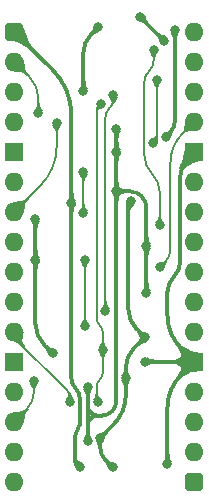
<source format=gbl>
%TF.GenerationSoftware,KiCad,Pcbnew,8.0.7*%
%TF.CreationDate,2025-01-29T11:21:22+02:00*%
%TF.ProjectId,SNES Controller Clock,534e4553-2043-46f6-9e74-726f6c6c6572,V2*%
%TF.SameCoordinates,Original*%
%TF.FileFunction,Copper,L2,Bot*%
%TF.FilePolarity,Positive*%
%FSLAX46Y46*%
G04 Gerber Fmt 4.6, Leading zero omitted, Abs format (unit mm)*
G04 Created by KiCad (PCBNEW 8.0.7) date 2025-01-29 11:21:22*
%MOMM*%
%LPD*%
G01*
G04 APERTURE LIST*
G04 Aperture macros list*
%AMRoundRect*
0 Rectangle with rounded corners*
0 $1 Rounding radius*
0 $2 $3 $4 $5 $6 $7 $8 $9 X,Y pos of 4 corners*
0 Add a 4 corners polygon primitive as box body*
4,1,4,$2,$3,$4,$5,$6,$7,$8,$9,$2,$3,0*
0 Add four circle primitives for the rounded corners*
1,1,$1+$1,$2,$3*
1,1,$1+$1,$4,$5*
1,1,$1+$1,$6,$7*
1,1,$1+$1,$8,$9*
0 Add four rect primitives between the rounded corners*
20,1,$1+$1,$2,$3,$4,$5,0*
20,1,$1+$1,$4,$5,$6,$7,0*
20,1,$1+$1,$6,$7,$8,$9,0*
20,1,$1+$1,$8,$9,$2,$3,0*%
G04 Aperture macros list end*
%TA.AperFunction,ComponentPad*%
%ADD10O,1.600000X1.600000*%
%TD*%
%TA.AperFunction,ComponentPad*%
%ADD11R,1.600000X1.600000*%
%TD*%
%TA.AperFunction,ComponentPad*%
%ADD12RoundRect,0.400000X-0.400000X-0.400000X0.400000X-0.400000X0.400000X0.400000X-0.400000X0.400000X0*%
%TD*%
%TA.AperFunction,ViaPad*%
%ADD13C,0.800000*%
%TD*%
%TA.AperFunction,Conductor*%
%ADD14C,0.350000*%
%TD*%
%TA.AperFunction,Conductor*%
%ADD15C,0.200000*%
%TD*%
G04 APERTURE END LIST*
D10*
%TO.P,J2,32,Pin_32*%
%TO.N,unconnected-(J2-Pin_32-Pad32)*%
X15240000Y0D03*
%TO.P,J2,31,Pin_31*%
%TO.N,~{LCD Select}*%
X15240000Y-2540000D03*
%TO.P,J2,30,Pin_30*%
%TO.N,~{Serial Select}*%
X15240000Y-5080000D03*
%TO.P,J2,29,Pin_29*%
%TO.N,Serial PL_{2}*%
X15240000Y-7620000D03*
D11*
%TO.P,J2,28,Pin_28*%
%TO.N,GND*%
X15240000Y-10160000D03*
D10*
%TO.P,J2,27,Pin_27*%
%TO.N,~{Serial CP}*%
X15240000Y-12700000D03*
%TO.P,J2,26,Pin_26*%
%TO.N,Serial CP_{2}*%
X15240000Y-15240000D03*
%TO.P,J2,25,Pin_25*%
%TO.N,~{Y0}*%
X15240000Y-17780000D03*
%TO.P,J2,24,Pin_24*%
%TO.N,~{Y1}*%
X15240000Y-20320000D03*
%TO.P,J2,23,Pin_23*%
%TO.N,~{Y2}*%
X15240000Y-22860000D03*
%TO.P,J2,22,Pin_22*%
%TO.N,~{Y3}*%
X15240000Y-25400000D03*
D11*
%TO.P,J2,21,Pin_21*%
%TO.N,GND*%
X15240000Y-27940000D03*
D10*
%TO.P,J2,20,Pin_20*%
%TO.N,~{Y4}*%
X15240000Y-30480000D03*
%TO.P,J2,19,Pin_19*%
%TO.N,~{Y5}*%
X15240000Y-33020000D03*
%TO.P,J2,18,Pin_18*%
%TO.N,~{Y6}*%
X15240000Y-35560000D03*
D12*
%TO.P,J2,17,Pin_17*%
%TO.N,5V*%
X15240000Y-38100000D03*
D10*
%TO.P,J2,16,Pin_16*%
%TO.N,~{Y7}*%
X0Y-38100000D03*
%TO.P,J2,15,Pin_15*%
%TO.N,~{RD}*%
X0Y-35560000D03*
%TO.P,J2,14,Pin_14*%
%TO.N,A0*%
X0Y-33020000D03*
%TO.P,J2,13,Pin_13*%
%TO.N,A1*%
X0Y-30480000D03*
D11*
%TO.P,J2,12,Pin_12*%
%TO.N,GND*%
X0Y-27940000D03*
D10*
%TO.P,J2,11,Pin_11*%
%TO.N,A2*%
X0Y-25400000D03*
%TO.P,J2,10,Pin_10*%
%TO.N,A3*%
X0Y-22860000D03*
%TO.P,J2,9,Pin_9*%
%TO.N,~{A3}*%
X0Y-20320000D03*
%TO.P,J2,8,Pin_8*%
%TO.N,~{Device Registers}*%
X0Y-17780000D03*
%TO.P,J2,7,Pin_7*%
%TO.N,CEP*%
X0Y-15240000D03*
%TO.P,J2,6,Pin_6*%
%TO.N,unconnected-(J2-Pin_6-Pad6)*%
X0Y-12700000D03*
D11*
%TO.P,J2,5,Pin_5*%
%TO.N,GND*%
X0Y-10160000D03*
D10*
%TO.P,J2,4,Pin_4*%
%TO.N,CLK*%
X0Y-7620000D03*
%TO.P,J2,3,Pin_3*%
%TO.N,unconnected-(J2-Pin_3-Pad3)*%
X0Y-5080000D03*
%TO.P,J2,2,Pin_2*%
%TO.N,~{Reset}*%
X0Y-2540000D03*
D12*
%TO.P,J2,1,Pin_1*%
%TO.N,5V*%
X0Y0D03*
%TD*%
D13*
%TO.N,/3.3V*%
X11049000Y-25901500D03*
X12827000Y-8890000D03*
X7239000Y-34417000D03*
X9828000Y-14354000D03*
X9426000Y-29337000D03*
X8313248Y-36891053D03*
X13589000Y127000D03*
%TO.N,GND*%
X6210115Y-30111885D03*
X7112000Y381004D03*
X11049000Y-27940000D03*
X1778006Y-19304000D03*
X8636000Y-8236990D03*
X12700000Y-761992D03*
X3238500Y-27241500D03*
X8636000Y-13514000D03*
X11176000Y-18161000D03*
X11176000Y-22098000D03*
X12954000Y-36576000D03*
X6223000Y-34671000D03*
X8636000Y-10160000D03*
X5842000Y-5005000D03*
X10668000Y1270000D03*
X1778000Y-15875000D03*
%TO.N,5V*%
X4826000Y-14478000D03*
X5588000Y-36830000D03*
%TO.N,~{Reset}*%
X2032000Y-6858002D03*
%TO.N,/Serial CP*%
X5842000Y-15367000D03*
X5842000Y-11884004D03*
%TO.N,CEP*%
X3578331Y-7747000D03*
X11737328Y-9424004D03*
X12065000Y-4064000D03*
%TO.N,/Serial PL*%
X11811000Y-1524000D03*
X12301748Y-16380125D03*
%TO.N,~{Device Registers}*%
X5969000Y-19304000D03*
X5969000Y-24957000D03*
%TO.N,~{Serial Select}*%
X7493000Y-26924000D03*
X7035115Y-31369000D03*
X7366000Y-6097500D03*
%TO.N,~{LCD Select}*%
X7703052Y-23622000D03*
X8382000Y-5397500D03*
%TO.N,A0*%
X1651000Y-29591000D03*
%TO.N,A2*%
X4699000Y-31369000D03*
%TO.N,Serial PL_{2}*%
X12318998Y-19939000D03*
%TD*%
D14*
%TO.N,5V*%
X5524000Y-33275128D02*
G75*
G02*
X5306026Y-33801356I-744210J8D01*
G01*
X5088057Y-35976543D02*
G75*
G03*
X5338026Y-36580030I853453J-7D01*
G01*
X3232207Y-3232207D02*
G75*
G02*
X4826000Y-7079963I-3847761J-3847758D01*
G01*
X5175000Y-30194000D02*
G75*
G02*
X5523997Y-31036560I-842570J-842560D01*
G01*
X4826000Y-29351439D02*
G75*
G03*
X5175000Y-30194000I1191560J-1D01*
G01*
X5306028Y-33801358D02*
G75*
G03*
X5088031Y-34327588I526172J-526242D01*
G01*
%TO.N,GND*%
X7053921Y-32512000D02*
G75*
G03*
X6210100Y-33355806I-21J-843800D01*
G01*
X6210115Y-31668194D02*
G75*
G03*
X7053921Y-32511985I843785J-6D01*
G01*
X8266863Y-32142863D02*
G75*
G02*
X7375689Y-32511995I-891163J891163D01*
G01*
X1778000Y-24748270D02*
G75*
G03*
X2508252Y-26511248I2493220J0D01*
G01*
X10757500Y-13932500D02*
G75*
G02*
X11175980Y-14942848I-1010300J-1010300D01*
G01*
X6477000Y-253996D02*
G75*
G03*
X5842008Y-1787021I1533000J-1533004D01*
G01*
X10757500Y-13932500D02*
G75*
G03*
X9747151Y-13514020I-1010300J-1010300D01*
G01*
X12954000Y-24037553D02*
G75*
G03*
X14097001Y-26796999I3902450J3D01*
G01*
X6210115Y-34649003D02*
G75*
G03*
X6216561Y-34664553I21985J3D01*
G01*
X14097000Y-29083000D02*
G75*
G03*
X12954003Y-31842446I2759440J-2759440D01*
G01*
X13502000Y-20741000D02*
G75*
G03*
X12953995Y-22063989I1323000J-1323000D01*
G01*
X14050000Y-19418010D02*
G75*
G02*
X13501997Y-20740997I-1871000J10D01*
G01*
X14645000Y-10755000D02*
G75*
G03*
X14049982Y-12191457I1436500J-1436500D01*
G01*
X8636000Y-31251689D02*
G75*
G02*
X8266867Y-32142867I-1260300J-11D01*
G01*
X6210115Y-33355806D02*
X6210115Y-31668194D01*
X1778000Y-19494503D02*
X1778000Y-24748270D01*
%TO.N,/3.3V*%
X9740000Y-14442000D02*
G75*
G03*
X9652021Y-14654450I212400J-212400D01*
G01*
X7239000Y-35116902D02*
G75*
G03*
X7733909Y-36311706I1689700J2D01*
G01*
X10066815Y-26883684D02*
G75*
G03*
X9425999Y-28430750I1547065J-1547066D01*
G01*
X9652000Y-23516671D02*
G75*
G03*
X10350501Y-25202999I2384830J1D01*
G01*
X9426000Y-30783500D02*
G75*
G02*
X8403171Y-33252830I-3492160J0D01*
G01*
X13589000Y-7589184D02*
G75*
G02*
X13208005Y-8509005I-1300800J-16D01*
G01*
D15*
%TO.N,Serial PL_{2}*%
X14224000Y-8636000D02*
G75*
G03*
X13208017Y-11088840I2452800J-2452800D01*
G01*
X13208000Y-18421378D02*
G75*
G02*
X12763496Y-19494496I-1517630J8D01*
G01*
%TO.N,A2*%
X4429592Y-30337592D02*
G75*
G02*
X4699005Y-30988000I-650392J-650408D01*
G01*
%TO.N,A0*%
X1651000Y-30480000D02*
G75*
G02*
X1022382Y-31997617I-2146241J3D01*
G01*
%TO.N,~{LCD Select}*%
X8382000Y-5769830D02*
G75*
G02*
X8118723Y-6405439I-898890J0D01*
G01*
X8042526Y-6481635D02*
G75*
G03*
X7703054Y-7301197I819574J-819565D01*
G01*
%TO.N,~{Serial Select}*%
X6968457Y-31255207D02*
G75*
G03*
X7001800Y-31335657I113743J7D01*
G01*
X7230728Y-29455728D02*
G75*
G03*
X6968460Y-30088907I633172J-633172D01*
G01*
X7493000Y-28822549D02*
G75*
G02*
X7230731Y-29455731I-895460J-1D01*
G01*
X7167228Y-6296271D02*
G75*
G03*
X6968489Y-6776148I479872J-479829D01*
G01*
X7230728Y-24900271D02*
G75*
G02*
X7493020Y-25533450I-633228J-633229D01*
G01*
X6968457Y-24267092D02*
G75*
G03*
X7230726Y-24900273I895443J-8D01*
G01*
%TO.N,/Serial PL*%
X11644535Y-12025535D02*
G75*
G02*
X12301762Y-13612186I-1586635J-1586665D01*
G01*
X11399161Y-3332838D02*
G75*
G03*
X10987317Y-4327104I994239J-994262D01*
G01*
X10987323Y-10438884D02*
G75*
G03*
X11644524Y-12025546I2243877J-16D01*
G01*
X11811000Y-2338572D02*
G75*
G02*
X11399161Y-3332838I-1406110J2D01*
G01*
%TO.N,CEP*%
X3578331Y-9704334D02*
G75*
G02*
X2194286Y-13045713I-4725429J3D01*
G01*
X12065000Y-8864632D02*
G75*
G02*
X11901154Y-9260158I-559400J32D01*
G01*
%TO.N,~{Reset}*%
X1223776Y-3763776D02*
G75*
G02*
X2032000Y-5715001I-1951226J-1951226D01*
G01*
%TO.N,~{Serial Select}*%
X7493000Y-26924000D02*
X7493000Y-28822549D01*
X6968457Y-31255207D02*
X6968457Y-30088907D01*
X7493000Y-26924000D02*
X7493000Y-25533450D01*
X6968457Y-6776148D02*
X6968457Y-24267092D01*
X7001786Y-31335671D02*
X7035115Y-31369000D01*
X7167228Y-6296271D02*
X7366000Y-6097500D01*
%TO.N,/Serial PL*%
X11811000Y-1524000D02*
X11811000Y-2338572D01*
X12301748Y-13612186D02*
X12301748Y-16380125D01*
X10987323Y-4327104D02*
X10987323Y-10438884D01*
D14*
%TO.N,5V*%
X5338028Y-36580028D02*
X5588000Y-36830000D01*
X5088057Y-35976543D02*
X5088057Y-34327588D01*
X5524000Y-33275128D02*
X5524000Y-31036560D01*
D15*
%TO.N,A2*%
X4699000Y-30988000D02*
X4699000Y-31369000D01*
D14*
%TO.N,5V*%
X4826000Y-14478000D02*
X4826000Y-29351439D01*
D15*
%TO.N,A2*%
X4429592Y-30337592D02*
X0Y-25908000D01*
%TO.N,A0*%
X1651000Y-29591000D02*
X1651000Y-30480000D01*
X1022382Y-31997617D02*
X0Y-33020000D01*
%TO.N,Serial PL_{2}*%
X12318998Y-19939000D02*
X12763499Y-19494499D01*
X14224000Y-8636000D02*
X15240000Y-7620000D01*
X13208000Y-11088840D02*
X13208000Y-18421378D01*
D14*
%TO.N,GND*%
X5842000Y-1787021D02*
X5842000Y-5005000D01*
X6477000Y-253996D02*
X7112000Y381004D01*
X9747151Y-13514000D02*
X8636000Y-13514000D01*
X11176000Y-14942848D02*
X11176000Y-18161000D01*
X11176000Y-18161000D02*
X11176000Y-22098000D01*
X14050000Y-19418010D02*
X14050000Y-12191457D01*
X12954000Y-24037553D02*
X12954000Y-22063989D01*
X15240000Y-27940000D02*
X14097000Y-26797000D01*
D15*
%TO.N,CEP*%
X3578331Y-7747000D02*
X3578331Y-9704334D01*
X2194286Y-13045713D02*
X0Y-15240000D01*
%TO.N,~{Reset}*%
X2032000Y-6858002D02*
X2032000Y-5715001D01*
X1223776Y-3763776D02*
X0Y-2540000D01*
D14*
%TO.N,GND*%
X12699992Y-761992D02*
X12700000Y-761992D01*
X10668000Y1270000D02*
X12699992Y-761992D01*
X7053921Y-32512000D02*
X7375689Y-32512000D01*
X6210115Y-33355806D02*
X6210115Y-34649003D01*
X6210115Y-31668194D02*
X6210115Y-30111885D01*
X8636000Y-13514000D02*
X8636000Y-31251689D01*
X6223000Y-34671000D02*
X6216557Y-34664557D01*
D15*
%TO.N,~{LCD Select}*%
X7703052Y-23622000D02*
X7703052Y-7301197D01*
X8382000Y-5397500D02*
X8382000Y-5769830D01*
X8118722Y-6405438D02*
X8042526Y-6481635D01*
D14*
%TO.N,/3.3V*%
X9426000Y-28430750D02*
X9426000Y-29337000D01*
X7239000Y-34417000D02*
X8403170Y-33252829D01*
X12827000Y-8890000D02*
X13208000Y-8509000D01*
X7239000Y-34417000D02*
X7239000Y-35116902D01*
X11049000Y-25901500D02*
X10350500Y-25203000D01*
X13589000Y-7589184D02*
X13589000Y127000D01*
X9652000Y-14654450D02*
X9652000Y-23516671D01*
X7733905Y-36311710D02*
X8313248Y-36891053D01*
X9740000Y-14442000D02*
X9828000Y-14354000D01*
X9426000Y-30783500D02*
X9426000Y-29337000D01*
X11049000Y-25901500D02*
X10066815Y-26883684D01*
%TO.N,GND*%
X1778006Y-19304000D02*
X1778000Y-19303994D01*
X2508250Y-26511250D02*
X3238500Y-27241500D01*
X12954000Y-36576000D02*
X12954000Y-31842446D01*
X15240000Y-27940000D02*
X14097000Y-29083000D01*
X8636000Y-8236990D02*
X8636000Y-10160000D01*
X1778000Y-19494503D02*
X1778000Y-19304006D01*
X1778000Y-19303994D02*
X1778000Y-15875000D01*
X8636000Y-10160000D02*
X8636000Y-13514000D01*
X1778006Y-19304000D02*
X1778000Y-19304006D01*
X15240000Y-27940000D02*
X11049000Y-27940000D01*
%TO.N,5V*%
X4826000Y-7079963D02*
X4826000Y-14478000D01*
X3232207Y-3232207D02*
X0Y0D01*
D15*
%TO.N,/Serial CP*%
X5842000Y-15367000D02*
X5842000Y-11884004D01*
%TO.N,CEP*%
X12065000Y-8864632D02*
X12065000Y-4064000D01*
X11737328Y-9424004D02*
X11901164Y-9260168D01*
%TO.N,~{Device Registers}*%
X5969000Y-19304000D02*
X5969000Y-24957000D01*
%TD*%
%TA.AperFunction,Conductor*%
%TO.N,5V*%
G36*
X5287076Y-36165473D02*
G01*
X5291613Y-36171319D01*
X5311449Y-36227702D01*
X5331607Y-36284999D01*
X5398336Y-36351916D01*
X5398339Y-36351917D01*
X5398340Y-36351918D01*
X5434468Y-36365980D01*
X5488666Y-36387078D01*
X5602420Y-36414960D01*
X5603245Y-36415197D01*
X5729101Y-36456517D01*
X5735892Y-36462353D01*
X5736567Y-36471283D01*
X5736267Y-36472095D01*
X5590053Y-36826475D01*
X5583729Y-36832816D01*
X5583688Y-36832833D01*
X5229037Y-36978716D01*
X5220082Y-36978694D01*
X5213865Y-36972579D01*
X5138646Y-36800362D01*
X5138636Y-36800339D01*
X5078569Y-36671480D01*
X5078391Y-36671079D01*
X5031074Y-36558763D01*
X5030691Y-36557718D01*
X4988855Y-36424140D01*
X4988610Y-36423227D01*
X4947620Y-36241755D01*
X4949139Y-36232930D01*
X4956454Y-36227765D01*
X4956720Y-36227708D01*
X5278293Y-36163727D01*
X5287076Y-36165473D01*
G37*
%TD.AperFunction*%
%TD*%
%TA.AperFunction,Conductor*%
%TO.N,GND*%
G36*
X14452144Y-9899711D02*
G01*
X15235645Y-10157517D01*
X15242431Y-10163357D01*
X15242440Y-10163375D01*
X15636576Y-10947367D01*
X15637231Y-10956298D01*
X15631378Y-10963075D01*
X15629329Y-10963874D01*
X15371859Y-11037237D01*
X15100779Y-11151981D01*
X15100774Y-11151984D01*
X14829715Y-11304217D01*
X14829702Y-11304225D01*
X14558642Y-11493957D01*
X14558626Y-11493969D01*
X14292228Y-11717292D01*
X14283687Y-11719981D01*
X14281684Y-11719627D01*
X13961789Y-11633907D01*
X13954684Y-11628456D01*
X13953516Y-11619578D01*
X13953806Y-11618649D01*
X14047593Y-11358632D01*
X14113099Y-11151984D01*
X14145691Y-11049167D01*
X14149064Y-11037237D01*
X14243796Y-10702173D01*
X14341898Y-10317694D01*
X14437102Y-9908178D01*
X14442313Y-9900896D01*
X14451147Y-9899432D01*
X14452144Y-9899711D01*
G37*
%TD.AperFunction*%
%TD*%
%TA.AperFunction,Conductor*%
%TO.N,GND*%
G36*
X2136437Y-19452436D02*
G01*
X2142755Y-19458783D01*
X2142734Y-19467737D01*
X2142598Y-19468051D01*
X2077762Y-19611589D01*
X2077595Y-19611942D01*
X2023238Y-19722307D01*
X2023228Y-19722330D01*
X1984257Y-19820232D01*
X1984257Y-19820233D01*
X1960825Y-19936963D01*
X1960824Y-19936967D01*
X1960825Y-19936969D01*
X1960824Y-19936976D01*
X1953522Y-20092847D01*
X1949712Y-20100950D01*
X1941835Y-20103999D01*
X1614165Y-20103999D01*
X1605892Y-20100572D01*
X1602478Y-20092847D01*
X1600292Y-20046207D01*
X1595176Y-19936971D01*
X1571746Y-19820236D01*
X1532774Y-19722322D01*
X1478410Y-19611937D01*
X1478246Y-19611590D01*
X1478246Y-19611589D01*
X1413411Y-19468049D01*
X1413130Y-19459101D01*
X1419259Y-19452572D01*
X1419493Y-19452470D01*
X1773506Y-19304875D01*
X1782455Y-19304855D01*
X2136437Y-19452436D01*
G37*
%TD.AperFunction*%
%TD*%
%TA.AperFunction,Conductor*%
%TO.N,A2*%
G36*
X4702232Y-30554899D02*
G01*
X4778330Y-30716616D01*
X4778340Y-30716633D01*
X4849229Y-30832050D01*
X4916603Y-30928388D01*
X4916985Y-30928970D01*
X4987357Y-31043547D01*
X4987973Y-31044688D01*
X5063342Y-31204857D01*
X5063764Y-31213802D01*
X5057738Y-31220425D01*
X5057260Y-31220637D01*
X4703880Y-31368046D01*
X4694928Y-31368068D01*
X4341273Y-31220849D01*
X4334953Y-31214507D01*
X4334969Y-31205553D01*
X4335419Y-31204595D01*
X4405316Y-31071947D01*
X4406056Y-31070732D01*
X4479671Y-30965243D01*
X4533916Y-30872020D01*
X4550792Y-30765950D01*
X4515308Y-30631216D01*
X4516515Y-30622345D01*
X4522143Y-30617430D01*
X4687171Y-30549072D01*
X4696123Y-30549072D01*
X4702232Y-30554899D01*
G37*
%TD.AperFunction*%
%TD*%
%TA.AperFunction,Conductor*%
%TO.N,~{LCD Select}*%
G36*
X8740230Y-5545850D02*
G01*
X8746547Y-5552198D01*
X8746524Y-5561152D01*
X8746299Y-5561658D01*
X8670403Y-5721834D01*
X8669744Y-5723036D01*
X8598225Y-5837175D01*
X8597817Y-5837785D01*
X8529051Y-5933604D01*
X8456990Y-6048610D01*
X8456981Y-6048625D01*
X8380308Y-6210447D01*
X8373669Y-6216456D01*
X8365258Y-6216246D01*
X8200230Y-6147889D01*
X8193898Y-6141557D01*
X8193401Y-6134071D01*
X8229129Y-5999824D01*
X8213359Y-5893877D01*
X8160576Y-5800664D01*
X8088292Y-5695290D01*
X8087582Y-5694111D01*
X8018372Y-5561890D01*
X8017572Y-5552971D01*
X8023312Y-5546098D01*
X8024234Y-5545666D01*
X8377882Y-5398449D01*
X8386834Y-5398434D01*
X8740230Y-5545850D01*
G37*
%TD.AperFunction*%
%TD*%
%TA.AperFunction,Conductor*%
%TO.N,~{Serial Select}*%
G36*
X7366457Y-6099926D02*
G01*
X7369019Y-6103754D01*
X7514203Y-6455261D01*
X7514194Y-6464215D01*
X7507855Y-6470541D01*
X7506906Y-6470886D01*
X7377594Y-6511644D01*
X7376601Y-6511910D01*
X7254728Y-6538829D01*
X7158320Y-6573276D01*
X7094214Y-6640282D01*
X7070721Y-6755392D01*
X7065709Y-6762812D01*
X7058968Y-6764748D01*
X6881188Y-6760350D01*
X6873002Y-6756720D01*
X6869781Y-6748365D01*
X6869813Y-6747746D01*
X6882050Y-6595490D01*
X6882261Y-6594035D01*
X6906537Y-6478988D01*
X6906695Y-6478339D01*
X6934178Y-6378958D01*
X6956688Y-6262841D01*
X6965379Y-6108512D01*
X6969265Y-6100447D01*
X6977029Y-6097472D01*
X7358177Y-6096520D01*
X7366457Y-6099926D01*
G37*
%TD.AperFunction*%
%TD*%
%TA.AperFunction,Conductor*%
%TO.N,CEP*%
G36*
X12161375Y-8738257D02*
G01*
X12164802Y-8746530D01*
X12164800Y-8746727D01*
X12162125Y-8905591D01*
X12162108Y-8906055D01*
X12155266Y-9026953D01*
X12155249Y-9027205D01*
X12147067Y-9131752D01*
X12140205Y-9253008D01*
X12137521Y-9412529D01*
X12133956Y-9420743D01*
X12125852Y-9424032D01*
X11742203Y-9424991D01*
X11733922Y-9421585D01*
X11733886Y-9421550D01*
X11464294Y-9151005D01*
X11460882Y-9142725D01*
X11464323Y-9134458D01*
X11465853Y-9133174D01*
X11594867Y-9042545D01*
X11597644Y-9041106D01*
X11733842Y-8992432D01*
X11851736Y-8952356D01*
X11934052Y-8880218D01*
X11963028Y-8744093D01*
X11968103Y-8736716D01*
X11974472Y-8734830D01*
X12153102Y-8734830D01*
X12161375Y-8738257D01*
G37*
%TD.AperFunction*%
%TD*%
%TA.AperFunction,Conductor*%
%TO.N,~{Serial Select}*%
G36*
X7777716Y-27041703D02*
G01*
X7850952Y-27072237D01*
X7857270Y-27078584D01*
X7857249Y-27087538D01*
X7856900Y-27088297D01*
X7783360Y-27234362D01*
X7782611Y-27235642D01*
X7709734Y-27343732D01*
X7649262Y-27438135D01*
X7608158Y-27553240D01*
X7593947Y-27713335D01*
X7589802Y-27721272D01*
X7582293Y-27724000D01*
X7403707Y-27724000D01*
X7395434Y-27720573D01*
X7392053Y-27713335D01*
X7377840Y-27553240D01*
X7377840Y-27553238D01*
X7336738Y-27438138D01*
X7276261Y-27343728D01*
X7203382Y-27235635D01*
X7202642Y-27234370D01*
X7129099Y-27088297D01*
X7128439Y-27079367D01*
X7134288Y-27072586D01*
X7135047Y-27072237D01*
X7488500Y-26924875D01*
X7497449Y-26924855D01*
X7777716Y-27041703D01*
G37*
%TD.AperFunction*%
%TD*%
%TA.AperFunction,Conductor*%
%TO.N,~{Serial Select}*%
G36*
X7066420Y-30585686D02*
G01*
X7069754Y-30592487D01*
X7090246Y-30754075D01*
X7090246Y-30754078D01*
X7147272Y-30864820D01*
X7147273Y-30864821D01*
X7226930Y-30952915D01*
X7227107Y-30953115D01*
X7316198Y-31056290D01*
X7317584Y-31058280D01*
X7398352Y-31204496D01*
X7399353Y-31213394D01*
X7393768Y-31220394D01*
X7392613Y-31220952D01*
X7039617Y-31368123D01*
X7030663Y-31368144D01*
X7030613Y-31368123D01*
X6676763Y-31220596D01*
X6670445Y-31214249D01*
X6670466Y-31205295D01*
X6670611Y-31204963D01*
X6735442Y-31064171D01*
X6735673Y-31063702D01*
X6791979Y-30955909D01*
X6833703Y-30860508D01*
X6833702Y-30860508D01*
X6833704Y-30860506D01*
X6859575Y-30746412D01*
X6859575Y-30746409D01*
X6859577Y-30746402D01*
X6867858Y-30593326D01*
X6871727Y-30585251D01*
X6879541Y-30582259D01*
X7058147Y-30582259D01*
X7066420Y-30585686D01*
G37*
%TD.AperFunction*%
%TD*%
%TA.AperFunction,Conductor*%
%TO.N,~{Serial Select}*%
G36*
X7590566Y-26127427D02*
G01*
X7593947Y-26134665D01*
X7608158Y-26294758D01*
X7649262Y-26409862D01*
X7709734Y-26504266D01*
X7782611Y-26612355D01*
X7783360Y-26613635D01*
X7856900Y-26759702D01*
X7857560Y-26768632D01*
X7851711Y-26775413D01*
X7850952Y-26775762D01*
X7497502Y-26923123D01*
X7488548Y-26923144D01*
X7488498Y-26923123D01*
X7135046Y-26775762D01*
X7128728Y-26769415D01*
X7128749Y-26760461D01*
X7129083Y-26759734D01*
X7202646Y-26613620D01*
X7203378Y-26612369D01*
X7276261Y-26504271D01*
X7336738Y-26409860D01*
X7377840Y-26294761D01*
X7392053Y-26134664D01*
X7396198Y-26126728D01*
X7403707Y-26124000D01*
X7582293Y-26124000D01*
X7590566Y-26127427D01*
G37*
%TD.AperFunction*%
%TD*%
%TA.AperFunction,Conductor*%
%TO.N,/Serial PL*%
G36*
X12095716Y-1641703D02*
G01*
X12168952Y-1672237D01*
X12175270Y-1678584D01*
X12175249Y-1687538D01*
X12174900Y-1688297D01*
X12101360Y-1834362D01*
X12100611Y-1835642D01*
X12027734Y-1943732D01*
X11967262Y-2038135D01*
X11926158Y-2153240D01*
X11911947Y-2313335D01*
X11907802Y-2321272D01*
X11900293Y-2324000D01*
X11721707Y-2324000D01*
X11713434Y-2320573D01*
X11710053Y-2313335D01*
X11695840Y-2153240D01*
X11695840Y-2153238D01*
X11654738Y-2038138D01*
X11594261Y-1943728D01*
X11521382Y-1835635D01*
X11520642Y-1834370D01*
X11447099Y-1688297D01*
X11446439Y-1679367D01*
X11452288Y-1672586D01*
X11453047Y-1672237D01*
X11806500Y-1524875D01*
X11815449Y-1524855D01*
X12095716Y-1641703D01*
G37*
%TD.AperFunction*%
%TD*%
%TA.AperFunction,Conductor*%
%TO.N,/Serial PL*%
G36*
X12399314Y-15583552D02*
G01*
X12402695Y-15590790D01*
X12416906Y-15750883D01*
X12458010Y-15865987D01*
X12518482Y-15960391D01*
X12591359Y-16068480D01*
X12592108Y-16069760D01*
X12665648Y-16215827D01*
X12666308Y-16224757D01*
X12660459Y-16231538D01*
X12659700Y-16231887D01*
X12306250Y-16379248D01*
X12297296Y-16379269D01*
X12297246Y-16379248D01*
X11943794Y-16231887D01*
X11937476Y-16225540D01*
X11937497Y-16216586D01*
X11937831Y-16215859D01*
X12011394Y-16069745D01*
X12012126Y-16068494D01*
X12085009Y-15960396D01*
X12145486Y-15865985D01*
X12186588Y-15750886D01*
X12200801Y-15590789D01*
X12204946Y-15582853D01*
X12212455Y-15580125D01*
X12391041Y-15580125D01*
X12399314Y-15583552D01*
G37*
%TD.AperFunction*%
%TD*%
%TA.AperFunction,Conductor*%
%TO.N,5V*%
G36*
X5184431Y-14626436D02*
G01*
X5190749Y-14632783D01*
X5190728Y-14641737D01*
X5190592Y-14642051D01*
X5125757Y-14785590D01*
X5125590Y-14785943D01*
X5071234Y-14896308D01*
X5032253Y-14994242D01*
X5008824Y-15110970D01*
X5001522Y-15266848D01*
X4997712Y-15274951D01*
X4989835Y-15278000D01*
X4662165Y-15278000D01*
X4653892Y-15274573D01*
X4650478Y-15266848D01*
X4648041Y-15214845D01*
X4643175Y-15110972D01*
X4619744Y-14994237D01*
X4580770Y-14896323D01*
X4526405Y-14785937D01*
X4526241Y-14785590D01*
X4461405Y-14642049D01*
X4461124Y-14633101D01*
X4467253Y-14626572D01*
X4467487Y-14626470D01*
X4821500Y-14478875D01*
X4830449Y-14478855D01*
X5184431Y-14626436D01*
G37*
%TD.AperFunction*%
%TD*%
%TA.AperFunction,Conductor*%
%TO.N,A2*%
G36*
X787029Y-25399988D02*
G01*
X795298Y-25403422D01*
X798718Y-25411698D01*
X798655Y-25412901D01*
X766007Y-25726215D01*
X765706Y-25727898D01*
X700955Y-25981393D01*
X700954Y-25981398D01*
X661026Y-26196837D01*
X661026Y-26196838D01*
X702052Y-26407261D01*
X702053Y-26407263D01*
X873920Y-26638419D01*
X876106Y-26647103D01*
X872804Y-26653673D01*
X746626Y-26779851D01*
X738353Y-26783278D01*
X730258Y-26780025D01*
X730076Y-26779851D01*
X707249Y-26757975D01*
X517463Y-26576104D01*
X346578Y-26439493D01*
X181770Y-26343930D01*
X63384Y-26292151D01*
X-21097Y-26255201D01*
X-73358Y-26233915D01*
X-295258Y-26143538D01*
X-301628Y-26137243D01*
X-301681Y-26128289D01*
X-301660Y-26128237D01*
X-135681Y-25726215D01*
X-3696Y-25406533D01*
X2628Y-25400195D01*
X7123Y-25399299D01*
X787029Y-25399988D01*
G37*
%TD.AperFunction*%
%TD*%
%TA.AperFunction,Conductor*%
%TO.N,A0*%
G36*
X1935716Y-29708703D02*
G01*
X2008952Y-29739237D01*
X2015270Y-29745584D01*
X2015249Y-29754538D01*
X2014900Y-29755297D01*
X1941360Y-29901362D01*
X1940611Y-29902642D01*
X1867734Y-30010732D01*
X1807262Y-30105135D01*
X1766158Y-30220240D01*
X1751947Y-30380335D01*
X1747802Y-30388272D01*
X1740293Y-30391000D01*
X1561707Y-30391000D01*
X1553434Y-30387573D01*
X1550053Y-30380335D01*
X1535840Y-30220240D01*
X1535840Y-30220238D01*
X1494738Y-30105138D01*
X1434261Y-30010728D01*
X1361382Y-29902635D01*
X1360642Y-29901370D01*
X1287099Y-29755297D01*
X1286439Y-29746367D01*
X1292288Y-29739586D01*
X1293047Y-29739237D01*
X1646500Y-29591875D01*
X1655449Y-29591855D01*
X1935716Y-29708703D01*
G37*
%TD.AperFunction*%
%TD*%
%TA.AperFunction,Conductor*%
%TO.N,A0*%
G36*
X1048891Y-31841983D02*
G01*
X1191027Y-31951047D01*
X1195505Y-31958802D01*
X1193771Y-31966618D01*
X1009402Y-32255819D01*
X1009401Y-32255821D01*
X927165Y-32494654D01*
X893965Y-32721130D01*
X893933Y-32721334D01*
X851035Y-32981784D01*
X850617Y-32983504D01*
X743014Y-33314131D01*
X737195Y-33320937D01*
X728267Y-33321636D01*
X727424Y-33321325D01*
X3886Y-33022648D01*
X-2454Y-33016323D01*
X-2464Y-33016299D01*
X-16007Y-32983504D01*
X-301096Y-32293127D01*
X-301087Y-32284172D01*
X-294748Y-32277847D01*
X-293397Y-32277383D01*
X42924Y-32184728D01*
X45385Y-32184327D01*
X326741Y-32169035D01*
X568910Y-32157416D01*
X797874Y-32072144D01*
X1033613Y-31842877D01*
X1041932Y-31839566D01*
X1048891Y-31841983D01*
G37*
%TD.AperFunction*%
%TD*%
%TA.AperFunction,Conductor*%
%TO.N,Serial PL_{2}*%
G36*
X12773726Y-19355913D02*
G01*
X12918414Y-19461034D01*
X12923092Y-19468669D01*
X12921425Y-19476752D01*
X12839279Y-19606648D01*
X12839278Y-19606650D01*
X12795203Y-19715229D01*
X12771258Y-19816686D01*
X12743785Y-19933862D01*
X12743439Y-19935052D01*
X12692625Y-20080415D01*
X12686660Y-20087094D01*
X12677719Y-20087599D01*
X12677129Y-20087374D01*
X12322922Y-19941664D01*
X12316575Y-19935348D01*
X12316554Y-19935298D01*
X12225945Y-19715226D01*
X12170911Y-19581558D01*
X12170930Y-19572606D01*
X12177276Y-19566287D01*
X12178513Y-19565857D01*
X12322434Y-19524809D01*
X12324650Y-19524403D01*
X12371889Y-19520411D01*
X12450313Y-19513784D01*
X12469827Y-19511941D01*
X12558320Y-19503587D01*
X12659389Y-19460204D01*
X12758423Y-19357266D01*
X12766626Y-19353682D01*
X12773726Y-19355913D01*
G37*
%TD.AperFunction*%
%TD*%
%TA.AperFunction,Conductor*%
%TO.N,Serial PL_{2}*%
G36*
X14513080Y-7318883D02*
G01*
X15236202Y-7617428D01*
X15242541Y-7623753D01*
X15242552Y-7623778D01*
X15541090Y-8346856D01*
X15541079Y-8355811D01*
X15534740Y-8362136D01*
X15533366Y-8362605D01*
X15230689Y-8445525D01*
X15228000Y-8445934D01*
X14977600Y-8454539D01*
X14977195Y-8454546D01*
X14758760Y-8454481D01*
X14541990Y-8515093D01*
X14303670Y-8699554D01*
X14295030Y-8701908D01*
X14288345Y-8698683D01*
X14159698Y-8573359D01*
X14156163Y-8565131D01*
X14158465Y-8558007D01*
X14338902Y-8314840D01*
X14399350Y-8097202D01*
X14401381Y-7880182D01*
X14401389Y-7879868D01*
X14412615Y-7631317D01*
X14413031Y-7628718D01*
X14497351Y-7326554D01*
X14502875Y-7319508D01*
X14511765Y-7318431D01*
X14513080Y-7318883D01*
G37*
%TD.AperFunction*%
%TD*%
%TA.AperFunction,Conductor*%
%TO.N,GND*%
G36*
X6014108Y-4208427D02*
G01*
X6017522Y-4216152D01*
X6024824Y-4372028D01*
X6048253Y-4488756D01*
X6048254Y-4488760D01*
X6048255Y-4488762D01*
X6087224Y-4586667D01*
X6087234Y-4586690D01*
X6141590Y-4697054D01*
X6141757Y-4697407D01*
X6206592Y-4840948D01*
X6206874Y-4849898D01*
X6200745Y-4856427D01*
X6200431Y-4856563D01*
X5846502Y-5004123D01*
X5837548Y-5004144D01*
X5837498Y-5004123D01*
X5800081Y-4988523D01*
X5483566Y-4856562D01*
X5477249Y-4850216D01*
X5477270Y-4841262D01*
X5477382Y-4841001D01*
X5542253Y-4697380D01*
X5542393Y-4697085D01*
X5596770Y-4586676D01*
X5635744Y-4488762D01*
X5659175Y-4372027D01*
X5666478Y-4216152D01*
X5670288Y-4208049D01*
X5678165Y-4205000D01*
X6005835Y-4205000D01*
X6014108Y-4208427D01*
G37*
%TD.AperFunction*%
%TD*%
%TA.AperFunction,Conductor*%
%TO.N,GND*%
G36*
X6753588Y529492D02*
G01*
X7108195Y383567D01*
X7114542Y377249D01*
X7114563Y377199D01*
X7260488Y22592D01*
X7260467Y13638D01*
X7254120Y7320D01*
X7253802Y7195D01*
X7106478Y-48449D01*
X7106111Y-48581D01*
X6989613Y-88193D01*
X6989599Y-88199D01*
X6892813Y-129872D01*
X6892796Y-129881D01*
X6793699Y-195848D01*
X6793696Y-195850D01*
X6678313Y-300908D01*
X6669889Y-303944D01*
X6662163Y-300530D01*
X6430465Y-68832D01*
X6427038Y-60559D01*
X6430086Y-52684D01*
X6535144Y62700D01*
X6535146Y62703D01*
X6601112Y161800D01*
X6601115Y161807D01*
X6601119Y161812D01*
X6642796Y258606D01*
X6682415Y375122D01*
X6682545Y375482D01*
X6683213Y377249D01*
X6738191Y522806D01*
X6744320Y529335D01*
X6753270Y529617D01*
X6753588Y529492D01*
G37*
%TD.AperFunction*%
%TD*%
%TA.AperFunction,Conductor*%
%TO.N,GND*%
G36*
X8799737Y-13149270D02*
G01*
X8800018Y-13149391D01*
X8943590Y-13214241D01*
X8943937Y-13214405D01*
X9054323Y-13268770D01*
X9054331Y-13268773D01*
X9054335Y-13268775D01*
X9152237Y-13307744D01*
X9152236Y-13307744D01*
X9181550Y-13313627D01*
X9268972Y-13331175D01*
X9424849Y-13338477D01*
X9432951Y-13342287D01*
X9436000Y-13350164D01*
X9436000Y-13677835D01*
X9432573Y-13686108D01*
X9424848Y-13689522D01*
X9268970Y-13696824D01*
X9152242Y-13720253D01*
X9054308Y-13759234D01*
X8943943Y-13813590D01*
X8943590Y-13813757D01*
X8800051Y-13878592D01*
X8791101Y-13878874D01*
X8784572Y-13872745D01*
X8784436Y-13872431D01*
X8759974Y-13813757D01*
X8636875Y-13518499D01*
X8636855Y-13509550D01*
X8784438Y-13155564D01*
X8790783Y-13149249D01*
X8799737Y-13149270D01*
G37*
%TD.AperFunction*%
%TD*%
%TA.AperFunction,Conductor*%
%TO.N,GND*%
G36*
X11348108Y-17364427D02*
G01*
X11351522Y-17372152D01*
X11358824Y-17528028D01*
X11382253Y-17644756D01*
X11382254Y-17644760D01*
X11382255Y-17644762D01*
X11421224Y-17742667D01*
X11421234Y-17742690D01*
X11475590Y-17853054D01*
X11475757Y-17853407D01*
X11540592Y-17996948D01*
X11540874Y-18005898D01*
X11534745Y-18012427D01*
X11534431Y-18012563D01*
X11180502Y-18160123D01*
X11171548Y-18160144D01*
X11171498Y-18160123D01*
X11134081Y-18144523D01*
X10817566Y-18012562D01*
X10811249Y-18006216D01*
X10811270Y-17997262D01*
X10811382Y-17997001D01*
X10876253Y-17853380D01*
X10876393Y-17853085D01*
X10930770Y-17742676D01*
X10969744Y-17644762D01*
X10993175Y-17528027D01*
X11000478Y-17372152D01*
X11004288Y-17364049D01*
X11012165Y-17361000D01*
X11339835Y-17361000D01*
X11348108Y-17364427D01*
G37*
%TD.AperFunction*%
%TD*%
%TA.AperFunction,Conductor*%
%TO.N,GND*%
G36*
X11534431Y-18309436D02*
G01*
X11540749Y-18315783D01*
X11540728Y-18324737D01*
X11540592Y-18325051D01*
X11475757Y-18468590D01*
X11475590Y-18468943D01*
X11421234Y-18579308D01*
X11382253Y-18677242D01*
X11358824Y-18793970D01*
X11351522Y-18949848D01*
X11347712Y-18957951D01*
X11339835Y-18961000D01*
X11012165Y-18961000D01*
X11003892Y-18957573D01*
X11000478Y-18949848D01*
X10998041Y-18897845D01*
X10993175Y-18793972D01*
X10969744Y-18677237D01*
X10930770Y-18579323D01*
X10876405Y-18468937D01*
X10876241Y-18468590D01*
X10811405Y-18325049D01*
X10811124Y-18316101D01*
X10817253Y-18309572D01*
X10817487Y-18309470D01*
X11171500Y-18161875D01*
X11180449Y-18161855D01*
X11534431Y-18309436D01*
G37*
%TD.AperFunction*%
%TD*%
%TA.AperFunction,Conductor*%
%TO.N,GND*%
G36*
X11348108Y-21301427D02*
G01*
X11351522Y-21309152D01*
X11358824Y-21465028D01*
X11382253Y-21581756D01*
X11382254Y-21581760D01*
X11382255Y-21581762D01*
X11421224Y-21679667D01*
X11421234Y-21679690D01*
X11475590Y-21790054D01*
X11475757Y-21790407D01*
X11540592Y-21933948D01*
X11540874Y-21942898D01*
X11534745Y-21949427D01*
X11534431Y-21949563D01*
X11180502Y-22097123D01*
X11171548Y-22097144D01*
X11171498Y-22097123D01*
X11134081Y-22081523D01*
X10817566Y-21949562D01*
X10811249Y-21943216D01*
X10811270Y-21934262D01*
X10811382Y-21934001D01*
X10876253Y-21790380D01*
X10876393Y-21790085D01*
X10930770Y-21679676D01*
X10969744Y-21581762D01*
X10993175Y-21465027D01*
X11000478Y-21309152D01*
X11004288Y-21301049D01*
X11012165Y-21298000D01*
X11339835Y-21298000D01*
X11348108Y-21301427D01*
G37*
%TD.AperFunction*%
%TD*%
%TA.AperFunction,Conductor*%
%TO.N,GND*%
G36*
X14105568Y-26553621D02*
G01*
X14181936Y-26603693D01*
X14393061Y-26742120D01*
X14393065Y-26742122D01*
X14393071Y-26742126D01*
X14687763Y-26897844D01*
X14982456Y-27016063D01*
X14982460Y-27016064D01*
X14982459Y-27016064D01*
X15065789Y-27038888D01*
X15277148Y-27096781D01*
X15551696Y-27137045D01*
X15556990Y-27137822D01*
X15564678Y-27142413D01*
X15566868Y-27151096D01*
X15566104Y-27153870D01*
X15242491Y-27936281D01*
X15236162Y-27942616D01*
X15236139Y-27942626D01*
X14451665Y-28266091D01*
X14442710Y-28266076D01*
X14436388Y-28259734D01*
X14436083Y-28258905D01*
X14317571Y-27895928D01*
X14317569Y-27895924D01*
X14317565Y-27895910D01*
X14195130Y-27558419D01*
X14072696Y-27258428D01*
X13950261Y-26995937D01*
X13832451Y-26779443D01*
X13831507Y-26770539D01*
X13835304Y-26764809D01*
X14091734Y-26554361D01*
X14100301Y-26551762D01*
X14105568Y-26553621D01*
G37*
%TD.AperFunction*%
%TD*%
%TA.AperFunction,Conductor*%
%TO.N,CEP*%
G36*
X3863047Y-7864703D02*
G01*
X3936283Y-7895237D01*
X3942601Y-7901584D01*
X3942580Y-7910538D01*
X3942231Y-7911297D01*
X3868691Y-8057362D01*
X3867942Y-8058642D01*
X3795065Y-8166732D01*
X3734593Y-8261135D01*
X3693489Y-8376240D01*
X3679278Y-8536335D01*
X3675133Y-8544272D01*
X3667624Y-8547000D01*
X3489038Y-8547000D01*
X3480765Y-8543573D01*
X3477384Y-8536335D01*
X3463171Y-8376240D01*
X3463171Y-8376238D01*
X3422069Y-8261138D01*
X3361592Y-8166728D01*
X3288713Y-8058635D01*
X3287973Y-8057370D01*
X3214430Y-7911297D01*
X3213770Y-7902367D01*
X3219619Y-7895586D01*
X3220378Y-7895237D01*
X3573831Y-7747875D01*
X3582780Y-7747855D01*
X3863047Y-7864703D01*
G37*
%TD.AperFunction*%
%TD*%
%TA.AperFunction,Conductor*%
%TO.N,CEP*%
G36*
X1068035Y-14045295D02*
G01*
X1194703Y-14171964D01*
X1198130Y-14180237D01*
X1195594Y-14187511D01*
X984518Y-14453413D01*
X898224Y-14688882D01*
X898223Y-14688885D01*
X874427Y-14923886D01*
X874416Y-14923990D01*
X844421Y-15195926D01*
X843995Y-15198018D01*
X742831Y-15533777D01*
X737163Y-15540710D01*
X728253Y-15541605D01*
X727163Y-15541217D01*
X3787Y-15242562D01*
X-2552Y-15236237D01*
X-2563Y-15236212D01*
X-19196Y-15195926D01*
X-228533Y-14688885D01*
X-301217Y-14512836D01*
X-301206Y-14503881D01*
X-294867Y-14497556D01*
X-293791Y-14497173D01*
X41981Y-14396001D01*
X44070Y-14395576D01*
X316008Y-14365582D01*
X484366Y-14348532D01*
X551112Y-14341774D01*
X551113Y-14341773D01*
X551119Y-14341773D01*
X786586Y-14255480D01*
X1052490Y-14044403D01*
X1061098Y-14041945D01*
X1068035Y-14045295D01*
G37*
%TD.AperFunction*%
%TD*%
%TA.AperFunction,Conductor*%
%TO.N,~{Reset}*%
G36*
X2129566Y-6061429D02*
G01*
X2132947Y-6068667D01*
X2147158Y-6228760D01*
X2188262Y-6343864D01*
X2248734Y-6438268D01*
X2321611Y-6546357D01*
X2322360Y-6547637D01*
X2395900Y-6693704D01*
X2396560Y-6702634D01*
X2390711Y-6709415D01*
X2389952Y-6709764D01*
X2036502Y-6857125D01*
X2027548Y-6857146D01*
X2027498Y-6857125D01*
X1674046Y-6709764D01*
X1667728Y-6703417D01*
X1667749Y-6694463D01*
X1668083Y-6693736D01*
X1741646Y-6547622D01*
X1742378Y-6546371D01*
X1815261Y-6438273D01*
X1875738Y-6343862D01*
X1916840Y-6228763D01*
X1931053Y-6068666D01*
X1935198Y-6060730D01*
X1942707Y-6058002D01*
X2121293Y-6058002D01*
X2129566Y-6061429D01*
G37*
%TD.AperFunction*%
%TD*%
%TA.AperFunction,Conductor*%
%TO.N,~{Reset}*%
G36*
X736118Y-2238793D02*
G01*
X742443Y-2245132D01*
X742831Y-2246222D01*
X843995Y-2581979D01*
X844421Y-2584071D01*
X874416Y-2856008D01*
X874427Y-2856112D01*
X898223Y-3091112D01*
X898224Y-3091115D01*
X898224Y-3091117D01*
X898225Y-3091119D01*
X984518Y-3326586D01*
X1195595Y-3592488D01*
X1198054Y-3601098D01*
X1194704Y-3608035D01*
X1068035Y-3734704D01*
X1059762Y-3738131D01*
X1052488Y-3735595D01*
X1051366Y-3734704D01*
X786586Y-3524518D01*
X551119Y-3438225D01*
X551117Y-3438224D01*
X551115Y-3438224D01*
X551112Y-3438223D01*
X316060Y-3414421D01*
X315956Y-3414410D01*
X44071Y-3384421D01*
X41979Y-3383995D01*
X-293777Y-3282831D01*
X-300710Y-3277163D01*
X-301605Y-3268253D01*
X-301217Y-3267163D01*
X-228535Y-3091119D01*
X-2561Y-2543785D01*
X3762Y-2537448D01*
X3764Y-2537446D01*
X727165Y-2238782D01*
X736118Y-2238793D01*
G37*
%TD.AperFunction*%
%TD*%
%TA.AperFunction,Conductor*%
%TO.N,GND*%
G36*
X11035365Y1418467D02*
G01*
X11041683Y1412120D01*
X11041808Y1411802D01*
X11097453Y1264478D01*
X11097585Y1264111D01*
X11137197Y1147613D01*
X11137203Y1147599D01*
X11178876Y1050813D01*
X11178885Y1050796D01*
X11244852Y951699D01*
X11244854Y951696D01*
X11349912Y836313D01*
X11352948Y827889D01*
X11349534Y820163D01*
X11117836Y588465D01*
X11109563Y585038D01*
X11101688Y588086D01*
X10986303Y693144D01*
X10887190Y759119D01*
X10790396Y800796D01*
X10673860Y840422D01*
X10673547Y840534D01*
X10526196Y896191D01*
X10519668Y902320D01*
X10519386Y911270D01*
X10519511Y911588D01*
X10576804Y1050813D01*
X10665436Y1266195D01*
X10671754Y1272542D01*
X10671804Y1272563D01*
X11026411Y1418488D01*
X11035365Y1418467D01*
G37*
%TD.AperFunction*%
%TD*%
%TA.AperFunction,Conductor*%
%TO.N,GND*%
G36*
X12266309Y-80083D02*
G01*
X12381693Y-185140D01*
X12480806Y-251115D01*
X12577601Y-292790D01*
X12694141Y-332415D01*
X12694429Y-332518D01*
X12815013Y-378064D01*
X12841802Y-388183D01*
X12848331Y-394312D01*
X12848613Y-403262D01*
X12848488Y-403580D01*
X12702563Y-758187D01*
X12696245Y-764534D01*
X12696195Y-764555D01*
X12341588Y-910480D01*
X12332634Y-910459D01*
X12326316Y-904112D01*
X12326191Y-903794D01*
X12270545Y-756472D01*
X12270413Y-756105D01*
X12230799Y-639608D01*
X12230797Y-639605D01*
X12230795Y-639597D01*
X12189117Y-542803D01*
X12189113Y-542798D01*
X12189110Y-542791D01*
X12123143Y-443695D01*
X12123141Y-443692D01*
X12018083Y-328309D01*
X12015048Y-319886D01*
X12018461Y-312161D01*
X12250161Y-80461D01*
X12258433Y-77035D01*
X12266309Y-80083D01*
G37*
%TD.AperFunction*%
%TD*%
%TA.AperFunction,Conductor*%
%TO.N,GND*%
G36*
X6382310Y-33876990D02*
G01*
X6385720Y-33884623D01*
X6394254Y-34040528D01*
X6420829Y-34156537D01*
X6420830Y-34156539D01*
X6463581Y-34253505D01*
X6521101Y-34363063D01*
X6521366Y-34363601D01*
X6587465Y-34506900D01*
X6587819Y-34515848D01*
X6581742Y-34522425D01*
X6581343Y-34522600D01*
X6227502Y-34670123D01*
X6218548Y-34670144D01*
X6218498Y-34670123D01*
X5864489Y-34522530D01*
X5858171Y-34516183D01*
X5858192Y-34507229D01*
X5858294Y-34506991D01*
X5921531Y-34364292D01*
X5972733Y-34253915D01*
X6008060Y-34155920D01*
X6028519Y-34039428D01*
X6034668Y-33884797D01*
X6038421Y-33876668D01*
X6046359Y-33873563D01*
X6374037Y-33873563D01*
X6382310Y-33876990D01*
G37*
%TD.AperFunction*%
%TD*%
%TA.AperFunction,Conductor*%
%TO.N,GND*%
G36*
X6568546Y-30260321D02*
G01*
X6574864Y-30266668D01*
X6574843Y-30275622D01*
X6574707Y-30275936D01*
X6509872Y-30419475D01*
X6509705Y-30419828D01*
X6455349Y-30530193D01*
X6416368Y-30628127D01*
X6392939Y-30744855D01*
X6385637Y-30900733D01*
X6381827Y-30908836D01*
X6373950Y-30911885D01*
X6046280Y-30911885D01*
X6038007Y-30908458D01*
X6034593Y-30900733D01*
X6032156Y-30848730D01*
X6027290Y-30744857D01*
X6003859Y-30628122D01*
X5964885Y-30530208D01*
X5910520Y-30419822D01*
X5910356Y-30419475D01*
X5845520Y-30275934D01*
X5845239Y-30266986D01*
X5851368Y-30260457D01*
X5851602Y-30260355D01*
X6205615Y-30112760D01*
X6214564Y-30112740D01*
X6568546Y-30260321D01*
G37*
%TD.AperFunction*%
%TD*%
%TA.AperFunction,Conductor*%
%TO.N,GND*%
G36*
X8994431Y-13662436D02*
G01*
X9000749Y-13668783D01*
X9000728Y-13677737D01*
X9000592Y-13678051D01*
X8935757Y-13821590D01*
X8935590Y-13821943D01*
X8881234Y-13932308D01*
X8842253Y-14030242D01*
X8818824Y-14146970D01*
X8811522Y-14302848D01*
X8807712Y-14310951D01*
X8799835Y-14314000D01*
X8472165Y-14314000D01*
X8463892Y-14310573D01*
X8460478Y-14302848D01*
X8458041Y-14250845D01*
X8453175Y-14146972D01*
X8429744Y-14030237D01*
X8390770Y-13932323D01*
X8336405Y-13821937D01*
X8336241Y-13821590D01*
X8271405Y-13678049D01*
X8271124Y-13669101D01*
X8277253Y-13662572D01*
X8277487Y-13662470D01*
X8631500Y-13514875D01*
X8640449Y-13514855D01*
X8994431Y-13662436D01*
G37*
%TD.AperFunction*%
%TD*%
%TA.AperFunction,Conductor*%
%TO.N,~{LCD Select}*%
G36*
X7800618Y-22825427D02*
G01*
X7803999Y-22832665D01*
X7818210Y-22992758D01*
X7859314Y-23107862D01*
X7919786Y-23202266D01*
X7992663Y-23310355D01*
X7993412Y-23311635D01*
X8066952Y-23457702D01*
X8067612Y-23466632D01*
X8061763Y-23473413D01*
X8061004Y-23473762D01*
X7707554Y-23621123D01*
X7698600Y-23621144D01*
X7698550Y-23621123D01*
X7345098Y-23473762D01*
X7338780Y-23467415D01*
X7338801Y-23458461D01*
X7339135Y-23457734D01*
X7412698Y-23311620D01*
X7413430Y-23310369D01*
X7486313Y-23202271D01*
X7546790Y-23107860D01*
X7587892Y-22992761D01*
X7602105Y-22832664D01*
X7606250Y-22824728D01*
X7613759Y-22822000D01*
X7792345Y-22822000D01*
X7800618Y-22825427D01*
G37*
%TD.AperFunction*%
%TD*%
%TA.AperFunction,Conductor*%
%TO.N,/3.3V*%
G36*
X9598108Y-28540427D02*
G01*
X9601522Y-28548152D01*
X9608824Y-28704028D01*
X9632253Y-28820756D01*
X9632254Y-28820760D01*
X9632255Y-28820762D01*
X9671224Y-28918667D01*
X9671234Y-28918690D01*
X9725590Y-29029054D01*
X9725757Y-29029407D01*
X9790592Y-29172948D01*
X9790874Y-29181898D01*
X9784745Y-29188427D01*
X9784431Y-29188563D01*
X9430502Y-29336123D01*
X9421548Y-29336144D01*
X9421498Y-29336123D01*
X9384081Y-29320523D01*
X9067566Y-29188562D01*
X9061249Y-29182216D01*
X9061270Y-29173262D01*
X9061382Y-29173001D01*
X9126253Y-29029380D01*
X9126393Y-29029085D01*
X9180770Y-28918676D01*
X9219744Y-28820762D01*
X9243175Y-28704027D01*
X9250478Y-28548152D01*
X9254288Y-28540049D01*
X9262165Y-28537000D01*
X9589835Y-28537000D01*
X9598108Y-28540427D01*
G37*
%TD.AperFunction*%
%TD*%
%TA.AperFunction,Conductor*%
%TO.N,/3.3V*%
G36*
X7688835Y-33735465D02*
G01*
X7920534Y-33967163D01*
X7923961Y-33975436D01*
X7920912Y-33983313D01*
X7815854Y-34098696D01*
X7815852Y-34098699D01*
X7749885Y-34197796D01*
X7749876Y-34197813D01*
X7708203Y-34294600D01*
X7708197Y-34294614D01*
X7668585Y-34411112D01*
X7668453Y-34411479D01*
X7612808Y-34558802D01*
X7606679Y-34565331D01*
X7597729Y-34565613D01*
X7597411Y-34565488D01*
X7242804Y-34419563D01*
X7236457Y-34413245D01*
X7236436Y-34413195D01*
X7235651Y-34411288D01*
X7090511Y-34058587D01*
X7090532Y-34049634D01*
X7096879Y-34043316D01*
X7097197Y-34043191D01*
X7244547Y-33987534D01*
X7244860Y-33987422D01*
X7361395Y-33947797D01*
X7458189Y-33906120D01*
X7557302Y-33840144D01*
X7672686Y-33735086D01*
X7681109Y-33732051D01*
X7688835Y-33735465D01*
G37*
%TD.AperFunction*%
%TD*%
%TA.AperFunction,Conductor*%
%TO.N,/3.3V*%
G36*
X13157826Y-8322539D02*
G01*
X13423460Y-8515531D01*
X13428139Y-8523166D01*
X13426312Y-8531495D01*
X13353977Y-8639790D01*
X13308388Y-8729367D01*
X13278490Y-8812209D01*
X13247069Y-8909382D01*
X13246881Y-8909919D01*
X13200809Y-9031808D01*
X13194679Y-9038335D01*
X13185728Y-9038615D01*
X13185414Y-9038491D01*
X12830924Y-8892664D01*
X12824577Y-8886348D01*
X12824556Y-8886298D01*
X12759944Y-8729367D01*
X12678804Y-8532293D01*
X12678823Y-8523341D01*
X12685169Y-8517022D01*
X12686147Y-8516670D01*
X12799732Y-8481559D01*
X12801411Y-8481174D01*
X12900753Y-8466138D01*
X12900755Y-8466137D01*
X12900759Y-8466137D01*
X12985176Y-8450141D01*
X12985176Y-8450140D01*
X12985180Y-8450140D01*
X13064508Y-8408503D01*
X13142347Y-8324073D01*
X13150474Y-8320315D01*
X13157826Y-8322539D01*
G37*
%TD.AperFunction*%
%TD*%
%TA.AperFunction,Conductor*%
%TO.N,/3.3V*%
G36*
X7597162Y-34565324D02*
G01*
X7603480Y-34571670D01*
X7603459Y-34580625D01*
X7603205Y-34581193D01*
X7545632Y-34700936D01*
X7545162Y-34701815D01*
X7490936Y-34793654D01*
X7448578Y-34874642D01*
X7421774Y-34972171D01*
X7414573Y-35103147D01*
X7410697Y-35111220D01*
X7403083Y-35114203D01*
X7075009Y-35119599D01*
X7066681Y-35116309D01*
X7063154Y-35108828D01*
X7052657Y-34976524D01*
X7025594Y-34877922D01*
X6984758Y-34795978D01*
X6932275Y-34703060D01*
X6931894Y-34702325D01*
X6874678Y-34581151D01*
X6874245Y-34572207D01*
X6880263Y-34565576D01*
X6880722Y-34565372D01*
X7234484Y-34417876D01*
X7243433Y-34417856D01*
X7597162Y-34565324D01*
G37*
%TD.AperFunction*%
%TD*%
%TA.AperFunction,Conductor*%
%TO.N,/3.3V*%
G36*
X10615313Y-25219587D02*
G01*
X10730696Y-25324644D01*
X10730699Y-25324646D01*
X10829796Y-25390612D01*
X10829803Y-25390615D01*
X10829808Y-25390619D01*
X10926602Y-25432296D01*
X10926610Y-25432298D01*
X10926613Y-25432300D01*
X11043111Y-25471913D01*
X11043478Y-25472045D01*
X11190802Y-25527691D01*
X11197331Y-25533820D01*
X11197613Y-25542770D01*
X11197488Y-25543088D01*
X11051563Y-25897695D01*
X11045245Y-25904042D01*
X11045195Y-25904063D01*
X10690588Y-26049988D01*
X10681634Y-26049967D01*
X10675316Y-26043620D01*
X10675191Y-26043302D01*
X10619545Y-25895978D01*
X10619413Y-25895611D01*
X10579800Y-25779113D01*
X10579798Y-25779110D01*
X10579796Y-25779102D01*
X10538119Y-25682308D01*
X10538115Y-25682303D01*
X10538112Y-25682296D01*
X10472146Y-25583199D01*
X10472144Y-25583196D01*
X10367087Y-25467813D01*
X10364051Y-25459389D01*
X10367464Y-25451664D01*
X10599164Y-25219964D01*
X10607436Y-25216538D01*
X10615313Y-25219587D01*
G37*
%TD.AperFunction*%
%TD*%
%TA.AperFunction,Conductor*%
%TO.N,/3.3V*%
G36*
X13947431Y-21436D02*
G01*
X13953749Y-27783D01*
X13953728Y-36737D01*
X13953592Y-37051D01*
X13888757Y-180590D01*
X13888590Y-180943D01*
X13834234Y-291308D01*
X13795253Y-389242D01*
X13771824Y-505970D01*
X13764522Y-661848D01*
X13760712Y-669951D01*
X13752835Y-673000D01*
X13425165Y-673000D01*
X13416892Y-669573D01*
X13413478Y-661848D01*
X13411041Y-609845D01*
X13406175Y-505972D01*
X13382744Y-389237D01*
X13343770Y-291323D01*
X13289405Y-180937D01*
X13289241Y-180590D01*
X13224405Y-37049D01*
X13224124Y-28101D01*
X13230253Y-21572D01*
X13230487Y-21470D01*
X13584498Y126123D01*
X13593452Y126144D01*
X13947431Y-21436D01*
G37*
%TD.AperFunction*%
%TD*%
%TA.AperFunction,Conductor*%
%TO.N,/3.3V*%
G36*
X9830171Y-14353905D02*
G01*
X10185171Y-14501911D01*
X10191489Y-14508258D01*
X10191468Y-14517212D01*
X10190756Y-14518637D01*
X10107907Y-14659634D01*
X10106032Y-14662041D01*
X10008955Y-14757706D01*
X10008512Y-14758120D01*
X9918519Y-14838036D01*
X9918516Y-14838040D01*
X9852566Y-14941439D01*
X9852564Y-14941443D01*
X9828522Y-15098306D01*
X9823881Y-15105964D01*
X9816957Y-15108233D01*
X9488386Y-15108233D01*
X9480113Y-15104806D01*
X9476690Y-15096851D01*
X9472461Y-14941443D01*
X9471904Y-14920954D01*
X9459751Y-14788323D01*
X9445270Y-14674081D01*
X9445229Y-14673706D01*
X9433128Y-14541630D01*
X9433086Y-14540938D01*
X9428326Y-14365987D01*
X9431527Y-14357625D01*
X9439704Y-14353974D01*
X9439991Y-14353970D01*
X9825648Y-14353005D01*
X9830171Y-14353905D01*
G37*
%TD.AperFunction*%
%TD*%
%TA.AperFunction,Conductor*%
%TO.N,/3.3V*%
G36*
X7879561Y-36209140D02*
G01*
X7994944Y-36314197D01*
X7994947Y-36314199D01*
X8094044Y-36380165D01*
X8094051Y-36380168D01*
X8094056Y-36380172D01*
X8190850Y-36421849D01*
X8190858Y-36421851D01*
X8190861Y-36421853D01*
X8307359Y-36461466D01*
X8307726Y-36461598D01*
X8455050Y-36517244D01*
X8461579Y-36523373D01*
X8461861Y-36532323D01*
X8461736Y-36532641D01*
X8315811Y-36887248D01*
X8309493Y-36893595D01*
X8309443Y-36893616D01*
X7954836Y-37039541D01*
X7945882Y-37039520D01*
X7939564Y-37033173D01*
X7939439Y-37032855D01*
X7883793Y-36885531D01*
X7883661Y-36885164D01*
X7844048Y-36768666D01*
X7844046Y-36768663D01*
X7844044Y-36768655D01*
X7802367Y-36671861D01*
X7802363Y-36671856D01*
X7802360Y-36671849D01*
X7736394Y-36572752D01*
X7736392Y-36572749D01*
X7631335Y-36457366D01*
X7628299Y-36448942D01*
X7631712Y-36441217D01*
X7863412Y-36209517D01*
X7871684Y-36206091D01*
X7879561Y-36209140D01*
G37*
%TD.AperFunction*%
%TD*%
%TA.AperFunction,Conductor*%
%TO.N,/3.3V*%
G36*
X9784431Y-29485436D02*
G01*
X9790749Y-29491783D01*
X9790728Y-29500737D01*
X9790592Y-29501051D01*
X9725757Y-29644590D01*
X9725590Y-29644943D01*
X9671234Y-29755308D01*
X9632253Y-29853242D01*
X9608824Y-29969970D01*
X9601522Y-30125848D01*
X9597712Y-30133951D01*
X9589835Y-30137000D01*
X9262165Y-30137000D01*
X9253892Y-30133573D01*
X9250478Y-30125848D01*
X9248041Y-30073845D01*
X9243175Y-29969972D01*
X9219744Y-29853237D01*
X9180770Y-29755323D01*
X9126405Y-29644937D01*
X9126241Y-29644590D01*
X9061405Y-29501049D01*
X9061124Y-29492101D01*
X9067253Y-29485572D01*
X9067487Y-29485470D01*
X9421500Y-29337875D01*
X9430449Y-29337855D01*
X9784431Y-29485436D01*
G37*
%TD.AperFunction*%
%TD*%
%TA.AperFunction,Conductor*%
%TO.N,/3.3V*%
G36*
X10690574Y-25753005D02*
G01*
X11045195Y-25898936D01*
X11051542Y-25905254D01*
X11051563Y-25905304D01*
X11197488Y-26259911D01*
X11197467Y-26268865D01*
X11191120Y-26275183D01*
X11190802Y-26275308D01*
X11043479Y-26330953D01*
X11043112Y-26331085D01*
X10926614Y-26370697D01*
X10926600Y-26370703D01*
X10829813Y-26412376D01*
X10829796Y-26412385D01*
X10730699Y-26478352D01*
X10730696Y-26478354D01*
X10615313Y-26583412D01*
X10606889Y-26586448D01*
X10599163Y-26583034D01*
X10367465Y-26351335D01*
X10364038Y-26343062D01*
X10367086Y-26335187D01*
X10472144Y-26219802D01*
X10538120Y-26120689D01*
X10579797Y-26023895D01*
X10619422Y-25907360D01*
X10619534Y-25907047D01*
X10675191Y-25759696D01*
X10681320Y-25753168D01*
X10690270Y-25752886D01*
X10690574Y-25753005D01*
G37*
%TD.AperFunction*%
%TD*%
%TA.AperFunction,Conductor*%
%TO.N,GND*%
G36*
X2804813Y-26559587D02*
G01*
X2920196Y-26664644D01*
X2920199Y-26664646D01*
X3019296Y-26730612D01*
X3019303Y-26730615D01*
X3019308Y-26730619D01*
X3116102Y-26772296D01*
X3116110Y-26772298D01*
X3116113Y-26772300D01*
X3232611Y-26811913D01*
X3232978Y-26812045D01*
X3380302Y-26867691D01*
X3386831Y-26873820D01*
X3387113Y-26882770D01*
X3386988Y-26883088D01*
X3241063Y-27237695D01*
X3234745Y-27244042D01*
X3234695Y-27244063D01*
X2880088Y-27389988D01*
X2871134Y-27389967D01*
X2864816Y-27383620D01*
X2864691Y-27383302D01*
X2809045Y-27235978D01*
X2808913Y-27235611D01*
X2769300Y-27119113D01*
X2769298Y-27119110D01*
X2769296Y-27119102D01*
X2727619Y-27022308D01*
X2727615Y-27022303D01*
X2727612Y-27022296D01*
X2661646Y-26923199D01*
X2661644Y-26923196D01*
X2556587Y-26807813D01*
X2553551Y-26799389D01*
X2556964Y-26791664D01*
X2788664Y-26559964D01*
X2796936Y-26556538D01*
X2804813Y-26559587D01*
G37*
%TD.AperFunction*%
%TD*%
%TA.AperFunction,Conductor*%
%TO.N,GND*%
G36*
X13126108Y-35779427D02*
G01*
X13129522Y-35787152D01*
X13136824Y-35943028D01*
X13160253Y-36059756D01*
X13160254Y-36059760D01*
X13160255Y-36059762D01*
X13199224Y-36157667D01*
X13199234Y-36157690D01*
X13253590Y-36268054D01*
X13253757Y-36268407D01*
X13318592Y-36411948D01*
X13318874Y-36420898D01*
X13312745Y-36427427D01*
X13312431Y-36427563D01*
X12958502Y-36575123D01*
X12949548Y-36575144D01*
X12949498Y-36575123D01*
X12912081Y-36559523D01*
X12595566Y-36427562D01*
X12589249Y-36421216D01*
X12589270Y-36412262D01*
X12589382Y-36412001D01*
X12654253Y-36268380D01*
X12654393Y-36268085D01*
X12708770Y-36157676D01*
X12747744Y-36059762D01*
X12771175Y-35943027D01*
X12778478Y-35787152D01*
X12782288Y-35779049D01*
X12790165Y-35776000D01*
X13117835Y-35776000D01*
X13126108Y-35779427D01*
G37*
%TD.AperFunction*%
%TD*%
%TA.AperFunction,Conductor*%
%TO.N,GND*%
G36*
X14451660Y-27613886D02*
G01*
X15236139Y-27937373D01*
X15242481Y-27943694D01*
X15242491Y-27943717D01*
X15566083Y-28726129D01*
X15566078Y-28735084D01*
X15559743Y-28741413D01*
X15556968Y-28742177D01*
X15277116Y-28783206D01*
X14982426Y-28863911D01*
X14982424Y-28863912D01*
X14687720Y-28982121D01*
X14393024Y-29137826D01*
X14393021Y-29137828D01*
X14105510Y-29326323D01*
X14096712Y-29327993D01*
X14091673Y-29325582D01*
X13835248Y-29115139D01*
X13831026Y-29107242D01*
X13832392Y-29100503D01*
X13950214Y-28884016D01*
X14072660Y-28621531D01*
X14195107Y-28321547D01*
X14317553Y-27984062D01*
X14436083Y-27621071D01*
X14441909Y-27614271D01*
X14450837Y-27613582D01*
X14451660Y-27613886D01*
G37*
%TD.AperFunction*%
%TD*%
%TA.AperFunction,Conductor*%
%TO.N,GND*%
G36*
X8808108Y-9363427D02*
G01*
X8811522Y-9371152D01*
X8818824Y-9527028D01*
X8842253Y-9643756D01*
X8842254Y-9643760D01*
X8842255Y-9643762D01*
X8881224Y-9741667D01*
X8881234Y-9741690D01*
X8935590Y-9852054D01*
X8935757Y-9852407D01*
X9000592Y-9995948D01*
X9000874Y-10004898D01*
X8994745Y-10011427D01*
X8994431Y-10011563D01*
X8640502Y-10159123D01*
X8631548Y-10159144D01*
X8631498Y-10159123D01*
X8594081Y-10143523D01*
X8277566Y-10011562D01*
X8271249Y-10005216D01*
X8271270Y-9996262D01*
X8271382Y-9996001D01*
X8336253Y-9852380D01*
X8336393Y-9852085D01*
X8390770Y-9741676D01*
X8429744Y-9643762D01*
X8453175Y-9527027D01*
X8460478Y-9371152D01*
X8464288Y-9363049D01*
X8472165Y-9360000D01*
X8799835Y-9360000D01*
X8808108Y-9363427D01*
G37*
%TD.AperFunction*%
%TD*%
%TA.AperFunction,Conductor*%
%TO.N,GND*%
G36*
X8994431Y-8385426D02*
G01*
X9000749Y-8391773D01*
X9000728Y-8400727D01*
X9000592Y-8401041D01*
X8935757Y-8544580D01*
X8935590Y-8544933D01*
X8881234Y-8655298D01*
X8842253Y-8753232D01*
X8818824Y-8869960D01*
X8811522Y-9025838D01*
X8807712Y-9033941D01*
X8799835Y-9036990D01*
X8472165Y-9036990D01*
X8463892Y-9033563D01*
X8460478Y-9025838D01*
X8458041Y-8973835D01*
X8453175Y-8869962D01*
X8429744Y-8753227D01*
X8390770Y-8655313D01*
X8336405Y-8544927D01*
X8336241Y-8544580D01*
X8271405Y-8401039D01*
X8271124Y-8392091D01*
X8277253Y-8385562D01*
X8277487Y-8385460D01*
X8631500Y-8237865D01*
X8640449Y-8237845D01*
X8994431Y-8385426D01*
G37*
%TD.AperFunction*%
%TD*%
%TA.AperFunction,Conductor*%
%TO.N,GND*%
G36*
X1950108Y-18507428D02*
G01*
X1953522Y-18515153D01*
X1960824Y-18671022D01*
X1960825Y-18671035D01*
X1984257Y-18787765D01*
X1984257Y-18787766D01*
X2023228Y-18885667D01*
X2023238Y-18885690D01*
X2077595Y-18996055D01*
X2077762Y-18996408D01*
X2142598Y-19139948D01*
X2142880Y-19148898D01*
X2136751Y-19155427D01*
X2136437Y-19155563D01*
X1782508Y-19303123D01*
X1773554Y-19303144D01*
X1773504Y-19303123D01*
X1736087Y-19287523D01*
X1419572Y-19155562D01*
X1413255Y-19149216D01*
X1413276Y-19140262D01*
X1413389Y-19139999D01*
X1478258Y-18996381D01*
X1478398Y-18996086D01*
X1532774Y-18885676D01*
X1571746Y-18787762D01*
X1595176Y-18671027D01*
X1602478Y-18515153D01*
X1606288Y-18507050D01*
X1614165Y-18504001D01*
X1941835Y-18504001D01*
X1950108Y-18507428D01*
G37*
%TD.AperFunction*%
%TD*%
%TA.AperFunction,Conductor*%
%TO.N,GND*%
G36*
X2136431Y-16023436D02*
G01*
X2142749Y-16029783D01*
X2142728Y-16038737D01*
X2142592Y-16039051D01*
X2077757Y-16182590D01*
X2077590Y-16182943D01*
X2023234Y-16293308D01*
X1984253Y-16391242D01*
X1960824Y-16507970D01*
X1953522Y-16663848D01*
X1949712Y-16671951D01*
X1941835Y-16675000D01*
X1614165Y-16675000D01*
X1605892Y-16671573D01*
X1602478Y-16663848D01*
X1600041Y-16611845D01*
X1595175Y-16507972D01*
X1571744Y-16391237D01*
X1532770Y-16293323D01*
X1478405Y-16182937D01*
X1478241Y-16182590D01*
X1413405Y-16039049D01*
X1413124Y-16030101D01*
X1419253Y-16023572D01*
X1419487Y-16023470D01*
X1773500Y-15875875D01*
X1782449Y-15875855D01*
X2136431Y-16023436D01*
G37*
%TD.AperFunction*%
%TD*%
%TA.AperFunction,Conductor*%
%TO.N,GND*%
G36*
X8994431Y-10308436D02*
G01*
X9000749Y-10314783D01*
X9000728Y-10323737D01*
X9000592Y-10324051D01*
X8935757Y-10467590D01*
X8935590Y-10467943D01*
X8881234Y-10578308D01*
X8842253Y-10676242D01*
X8818824Y-10792970D01*
X8811522Y-10948848D01*
X8807712Y-10956951D01*
X8799835Y-10960000D01*
X8472165Y-10960000D01*
X8463892Y-10956573D01*
X8460478Y-10948848D01*
X8458041Y-10896845D01*
X8453175Y-10792972D01*
X8429744Y-10676237D01*
X8390770Y-10578323D01*
X8336405Y-10467937D01*
X8336241Y-10467590D01*
X8271405Y-10324049D01*
X8271124Y-10315101D01*
X8277253Y-10308572D01*
X8277487Y-10308470D01*
X8631500Y-10160875D01*
X8640449Y-10160855D01*
X8994431Y-10308436D01*
G37*
%TD.AperFunction*%
%TD*%
%TA.AperFunction,Conductor*%
%TO.N,GND*%
G36*
X8808108Y-12717427D02*
G01*
X8811522Y-12725152D01*
X8818824Y-12881028D01*
X8842253Y-12997756D01*
X8842254Y-12997760D01*
X8842255Y-12997762D01*
X8881224Y-13095667D01*
X8881234Y-13095690D01*
X8935590Y-13206054D01*
X8935757Y-13206407D01*
X9000592Y-13349948D01*
X9000874Y-13358898D01*
X8994745Y-13365427D01*
X8994431Y-13365563D01*
X8640502Y-13513123D01*
X8631548Y-13513144D01*
X8631498Y-13513123D01*
X8594081Y-13497523D01*
X8277566Y-13365562D01*
X8271249Y-13359216D01*
X8271270Y-13350262D01*
X8271382Y-13350001D01*
X8336253Y-13206380D01*
X8336393Y-13206085D01*
X8390770Y-13095676D01*
X8429744Y-12997762D01*
X8453175Y-12881027D01*
X8460478Y-12725152D01*
X8464288Y-12717049D01*
X8472165Y-12714000D01*
X8799835Y-12714000D01*
X8808108Y-12717427D01*
G37*
%TD.AperFunction*%
%TD*%
%TA.AperFunction,Conductor*%
%TO.N,GND*%
G36*
X14448280Y-27148314D02*
G01*
X14448903Y-27148892D01*
X14781790Y-27481363D01*
X15232711Y-27931722D01*
X15236143Y-27939993D01*
X15232721Y-27948268D01*
X15232711Y-27948278D01*
X14448916Y-28731094D01*
X14440641Y-28734516D01*
X14432370Y-28731084D01*
X14431780Y-28730448D01*
X14280001Y-28554090D01*
X14279993Y-28554081D01*
X14120002Y-28398635D01*
X14119994Y-28398627D01*
X14005714Y-28309346D01*
X13960000Y-28273632D01*
X13800000Y-28179088D01*
X13799998Y-28179087D01*
X13799996Y-28179086D01*
X13647350Y-28117944D01*
X13640944Y-28111687D01*
X13640000Y-28107083D01*
X13640000Y-27772916D01*
X13643427Y-27764643D01*
X13647346Y-27762057D01*
X13800000Y-27700911D01*
X13960000Y-27606367D01*
X14119999Y-27481367D01*
X14279999Y-27325911D01*
X14431781Y-27149549D01*
X14439774Y-27145515D01*
X14448280Y-27148314D01*
G37*
%TD.AperFunction*%
%TD*%
%TA.AperFunction,Conductor*%
%TO.N,GND*%
G36*
X11212737Y-27575270D02*
G01*
X11213018Y-27575391D01*
X11356590Y-27640241D01*
X11356937Y-27640405D01*
X11467323Y-27694770D01*
X11467331Y-27694773D01*
X11467335Y-27694775D01*
X11565237Y-27733744D01*
X11565236Y-27733744D01*
X11594550Y-27739627D01*
X11681972Y-27757175D01*
X11837849Y-27764477D01*
X11845951Y-27768287D01*
X11849000Y-27776164D01*
X11849000Y-28103835D01*
X11845573Y-28112108D01*
X11837848Y-28115522D01*
X11681970Y-28122824D01*
X11565242Y-28146253D01*
X11467308Y-28185234D01*
X11356943Y-28239590D01*
X11356590Y-28239757D01*
X11213051Y-28304592D01*
X11204101Y-28304874D01*
X11197572Y-28298745D01*
X11197436Y-28298431D01*
X11172974Y-28239757D01*
X11049875Y-27944499D01*
X11049855Y-27935550D01*
X11197438Y-27581564D01*
X11203783Y-27575249D01*
X11212737Y-27575270D01*
G37*
%TD.AperFunction*%
%TD*%
%TA.AperFunction,Conductor*%
%TO.N,5V*%
G36*
X4998108Y-13681427D02*
G01*
X5001522Y-13689152D01*
X5008824Y-13845028D01*
X5032253Y-13961756D01*
X5032254Y-13961760D01*
X5032255Y-13961762D01*
X5071224Y-14059667D01*
X5071234Y-14059690D01*
X5125590Y-14170054D01*
X5125757Y-14170407D01*
X5190592Y-14313948D01*
X5190874Y-14322898D01*
X5184745Y-14329427D01*
X5184431Y-14329563D01*
X4830502Y-14477123D01*
X4821548Y-14477144D01*
X4821498Y-14477123D01*
X4784081Y-14461523D01*
X4467566Y-14329562D01*
X4461249Y-14323216D01*
X4461270Y-14314262D01*
X4461382Y-14314001D01*
X4526253Y-14170380D01*
X4526393Y-14170085D01*
X4580770Y-14059676D01*
X4619744Y-13961762D01*
X4643175Y-13845027D01*
X4650478Y-13689152D01*
X4654288Y-13681049D01*
X4662165Y-13678000D01*
X4989835Y-13678000D01*
X4998108Y-13681427D01*
G37*
%TD.AperFunction*%
%TD*%
%TA.AperFunction,Conductor*%
%TO.N,5V*%
G36*
X797136Y326480D02*
G01*
X803461Y320141D01*
X803814Y319165D01*
X914454Y-34862D01*
X1028904Y-363582D01*
X1143354Y-654801D01*
X1143359Y-654813D01*
X1143363Y-654822D01*
X1257817Y-908553D01*
X1293115Y-975240D01*
X1368229Y-1117148D01*
X1369070Y-1126063D01*
X1366161Y-1130894D01*
X1131488Y-1365567D01*
X1123215Y-1368994D01*
X1116835Y-1367101D01*
X833558Y-1182820D01*
X833550Y-1182815D01*
X542325Y-1030864D01*
X251100Y-916411D01*
X251092Y-916408D01*
X-40143Y-839453D01*
X-40149Y-839452D01*
X-316335Y-802036D01*
X-324073Y-797530D01*
X-326358Y-788871D01*
X-325578Y-785976D01*
X-151145Y-363582D01*
X-2561Y-3783D01*
X3759Y2551D01*
X664511Y275418D01*
X788181Y326489D01*
X797136Y326480D01*
G37*
%TD.AperFunction*%
%TD*%
%TA.AperFunction,Conductor*%
%TO.N,/Serial CP*%
G36*
X5939566Y-14570427D02*
G01*
X5942947Y-14577665D01*
X5957158Y-14737758D01*
X5998262Y-14852862D01*
X6058734Y-14947266D01*
X6131611Y-15055355D01*
X6132360Y-15056635D01*
X6205900Y-15202702D01*
X6206560Y-15211632D01*
X6200711Y-15218413D01*
X6199952Y-15218762D01*
X5846502Y-15366123D01*
X5837548Y-15366144D01*
X5837498Y-15366123D01*
X5484046Y-15218762D01*
X5477728Y-15212415D01*
X5477749Y-15203461D01*
X5478083Y-15202734D01*
X5551646Y-15056620D01*
X5552378Y-15055369D01*
X5625261Y-14947271D01*
X5685738Y-14852860D01*
X5726840Y-14737761D01*
X5741053Y-14577664D01*
X5745198Y-14569728D01*
X5752707Y-14567000D01*
X5931293Y-14567000D01*
X5939566Y-14570427D01*
G37*
%TD.AperFunction*%
%TD*%
%TA.AperFunction,Conductor*%
%TO.N,/Serial CP*%
G36*
X6126716Y-12001707D02*
G01*
X6199952Y-12032241D01*
X6206270Y-12038588D01*
X6206249Y-12047542D01*
X6205900Y-12048301D01*
X6132360Y-12194366D01*
X6131611Y-12195646D01*
X6058734Y-12303736D01*
X5998262Y-12398139D01*
X5957158Y-12513244D01*
X5942947Y-12673339D01*
X5938802Y-12681276D01*
X5931293Y-12684004D01*
X5752707Y-12684004D01*
X5744434Y-12680577D01*
X5741053Y-12673339D01*
X5726840Y-12513244D01*
X5726840Y-12513242D01*
X5685738Y-12398142D01*
X5625261Y-12303732D01*
X5552382Y-12195639D01*
X5551642Y-12194374D01*
X5478099Y-12048301D01*
X5477439Y-12039371D01*
X5483288Y-12032590D01*
X5484047Y-12032241D01*
X5837500Y-11884879D01*
X5846449Y-11884859D01*
X6126716Y-12001707D01*
G37*
%TD.AperFunction*%
%TD*%
%TA.AperFunction,Conductor*%
%TO.N,CEP*%
G36*
X12349716Y-4181703D02*
G01*
X12422952Y-4212237D01*
X12429270Y-4218584D01*
X12429249Y-4227538D01*
X12428900Y-4228297D01*
X12355360Y-4374362D01*
X12354611Y-4375642D01*
X12281734Y-4483732D01*
X12221262Y-4578135D01*
X12180158Y-4693240D01*
X12165947Y-4853335D01*
X12161802Y-4861272D01*
X12154293Y-4864000D01*
X11975707Y-4864000D01*
X11967434Y-4860573D01*
X11964053Y-4853335D01*
X11949840Y-4693240D01*
X11949840Y-4693238D01*
X11908738Y-4578138D01*
X11848261Y-4483728D01*
X11775382Y-4375635D01*
X11774642Y-4374370D01*
X11701099Y-4228297D01*
X11700439Y-4219367D01*
X11706288Y-4212586D01*
X11707047Y-4212237D01*
X12060500Y-4064875D01*
X12069449Y-4064855D01*
X12349716Y-4181703D01*
G37*
%TD.AperFunction*%
%TD*%
%TA.AperFunction,Conductor*%
%TO.N,~{Device Registers}*%
G36*
X6253716Y-19421703D02*
G01*
X6326952Y-19452237D01*
X6333270Y-19458584D01*
X6333249Y-19467538D01*
X6332900Y-19468297D01*
X6259360Y-19614362D01*
X6258611Y-19615642D01*
X6185734Y-19723732D01*
X6125262Y-19818135D01*
X6084158Y-19933240D01*
X6069947Y-20093335D01*
X6065802Y-20101272D01*
X6058293Y-20104000D01*
X5879707Y-20104000D01*
X5871434Y-20100573D01*
X5868053Y-20093335D01*
X5853840Y-19933240D01*
X5853840Y-19933238D01*
X5812738Y-19818138D01*
X5752261Y-19723728D01*
X5679382Y-19615635D01*
X5678642Y-19614370D01*
X5605099Y-19468297D01*
X5604439Y-19459367D01*
X5610288Y-19452586D01*
X5611047Y-19452237D01*
X5964500Y-19304875D01*
X5973449Y-19304855D01*
X6253716Y-19421703D01*
G37*
%TD.AperFunction*%
%TD*%
%TA.AperFunction,Conductor*%
%TO.N,~{Device Registers}*%
G36*
X6066566Y-24160427D02*
G01*
X6069947Y-24167665D01*
X6084158Y-24327758D01*
X6125262Y-24442862D01*
X6185734Y-24537266D01*
X6258611Y-24645355D01*
X6259360Y-24646635D01*
X6332900Y-24792702D01*
X6333560Y-24801632D01*
X6327711Y-24808413D01*
X6326952Y-24808762D01*
X5973502Y-24956123D01*
X5964548Y-24956144D01*
X5964498Y-24956123D01*
X5611046Y-24808762D01*
X5604728Y-24802415D01*
X5604749Y-24793461D01*
X5605083Y-24792734D01*
X5678646Y-24646620D01*
X5679378Y-24645369D01*
X5752261Y-24537271D01*
X5812738Y-24442860D01*
X5853840Y-24327761D01*
X5868053Y-24167664D01*
X5872198Y-24159728D01*
X5879707Y-24157000D01*
X6058293Y-24157000D01*
X6066566Y-24160427D01*
G37*
%TD.AperFunction*%
%TD*%
M02*

</source>
